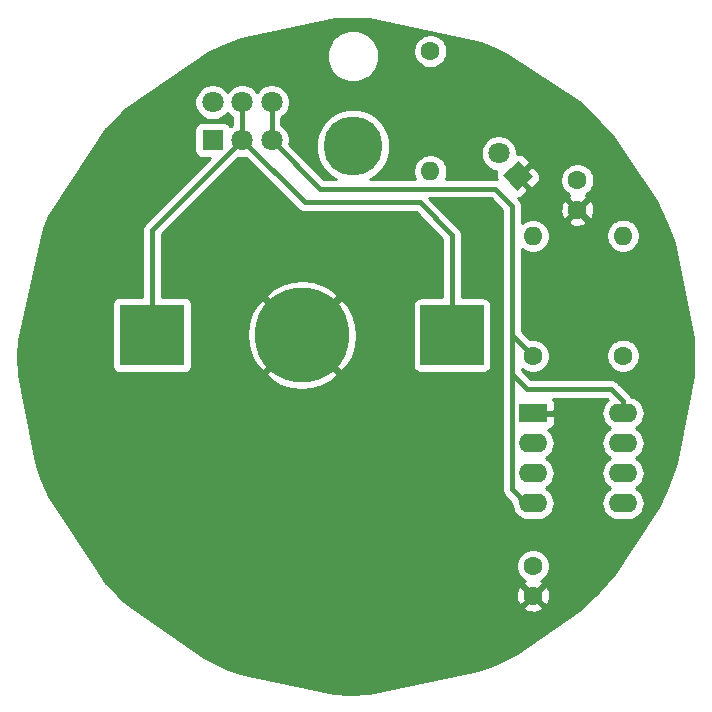
<source format=gbr>
G04 #@! TF.GenerationSoftware,KiCad,Pcbnew,(5.1.5)-3*
G04 #@! TF.CreationDate,2020-04-16T18:29:44-07:00*
G04 #@! TF.ProjectId,E_Grrrl,455f4772-7272-46c2-9e6b-696361645f70,Version A2*
G04 #@! TF.SameCoordinates,Original*
G04 #@! TF.FileFunction,Copper,L2,Bot*
G04 #@! TF.FilePolarity,Positive*
%FSLAX46Y46*%
G04 Gerber Fmt 4.6, Leading zero omitted, Abs format (unit mm)*
G04 Created by KiCad (PCBNEW (5.1.5)-3) date 2020-04-16 18:29:44*
%MOMM*%
%LPD*%
G04 APERTURE LIST*
%ADD10R,5.400000X5.100000*%
%ADD11R,5.500000X5.200000*%
%ADD12C,8.000000*%
%ADD13C,5.000000*%
%ADD14C,1.600000*%
%ADD15C,0.100000*%
%ADD16C,1.800000*%
%ADD17R,2.400000X1.600000*%
%ADD18O,2.400000X1.600000*%
%ADD19O,1.600000X1.600000*%
%ADD20R,1.800000X1.800000*%
%ADD21C,0.381000*%
%ADD22C,0.250000*%
%ADD23C,0.254000*%
G04 APERTURE END LIST*
D10*
X138176000Y-91694000D03*
D11*
X112776000Y-91694000D03*
D12*
X125476000Y-91694000D03*
D13*
X129794000Y-75692000D03*
D14*
X148793200Y-78587600D03*
X148793200Y-81087600D03*
X145034000Y-113752000D03*
X145034000Y-111252000D03*
G04 #@! TA.AperFunction,ComponentPad*
D15*
G36*
X145031949Y-78342931D02*
G01*
X143653069Y-79499949D01*
X142496051Y-78121069D01*
X143874931Y-76964051D01*
X145031949Y-78342931D01*
G37*
G04 #@! TD.AperFunction*
D16*
X142131319Y-76286247D03*
D17*
X145034000Y-98298000D03*
D18*
X152654000Y-105918000D03*
X145034000Y-100838000D03*
X152654000Y-103378000D03*
X145034000Y-103378000D03*
X152654000Y-100838000D03*
X145034000Y-105918000D03*
X152654000Y-98298000D03*
D14*
X145034000Y-93472000D03*
D19*
X145034000Y-83312000D03*
X152654000Y-83273900D03*
D14*
X152654000Y-93433900D03*
X136347200Y-67665600D03*
D19*
X136347200Y-77825600D03*
D20*
X117906800Y-75184000D03*
D16*
X120406800Y-75184000D03*
X122906800Y-75184000D03*
X117906800Y-71984000D03*
X120406800Y-71984000D03*
X122906800Y-71984000D03*
D21*
X120406800Y-73911208D02*
X120406800Y-71984000D01*
X120406800Y-75184000D02*
X120406800Y-73911208D01*
X138176000Y-84582000D02*
X138176000Y-91694000D01*
X112776000Y-91694000D02*
X112776000Y-83464400D01*
X135432800Y-80467200D02*
X138176000Y-83210400D01*
X125933200Y-80467200D02*
X135432800Y-80467200D01*
X138176000Y-83210400D02*
X138176000Y-84582000D01*
X125690000Y-80467200D02*
X120406800Y-75184000D01*
X125933200Y-80467200D02*
X125690000Y-80467200D01*
X112776000Y-82814800D02*
X120406800Y-75184000D01*
X112776000Y-83464400D02*
X112776000Y-82814800D01*
X144634000Y-106146600D02*
X145034000Y-106146600D01*
X143256000Y-104768600D02*
X144634000Y-106146600D01*
X143256000Y-94996000D02*
X143256000Y-104768600D01*
X143256000Y-91694000D02*
X143256000Y-94996000D01*
X152654000Y-97282000D02*
X152654000Y-98526600D01*
X151638000Y-96266000D02*
X152654000Y-97282000D01*
X143256000Y-94996000D02*
X144526000Y-96266000D01*
X144526000Y-96266000D02*
X151638000Y-96266000D01*
X144234001Y-92672001D02*
X143256000Y-91694000D01*
X145034000Y-93472000D02*
X144234001Y-92672001D01*
X143256000Y-80772000D02*
X143256000Y-91694000D01*
X141782800Y-79298800D02*
X143256000Y-80772000D01*
X127050800Y-79298800D02*
X141782800Y-79298800D01*
X127021600Y-79298800D02*
X122906800Y-75184000D01*
D22*
X127050800Y-79298800D02*
X127021600Y-79298800D01*
D21*
X122906800Y-73911208D02*
X122906800Y-71984000D01*
X122906800Y-75184000D02*
X122906800Y-73911208D01*
D23*
G36*
X131124563Y-64928941D02*
G01*
X140658896Y-66957523D01*
X141832152Y-67437163D01*
X142858399Y-67948173D01*
X148414294Y-71599190D01*
X148907057Y-72000741D01*
X150441263Y-73452164D01*
X151864088Y-75012929D01*
X151965413Y-75142071D01*
X155415349Y-80316975D01*
X156296150Y-82170955D01*
X156953787Y-83868512D01*
X158572441Y-91961779D01*
X158606079Y-92416015D01*
X158606079Y-94527985D01*
X158558284Y-95173384D01*
X157263615Y-102132227D01*
X157059082Y-102803691D01*
X156296150Y-104773045D01*
X155582879Y-106274394D01*
X151854361Y-111941741D01*
X150441263Y-113491836D01*
X148907057Y-114943259D01*
X148115871Y-115587994D01*
X143691269Y-118581107D01*
X141832152Y-119506837D01*
X140418095Y-120084920D01*
X131156237Y-122014473D01*
X129519917Y-122044716D01*
X128194232Y-121971145D01*
X120556040Y-120408787D01*
X119233922Y-119924499D01*
X117309869Y-119053615D01*
X117140356Y-118961239D01*
X111068544Y-114744702D01*
X144220903Y-114744702D01*
X144292486Y-114988671D01*
X144547996Y-115109571D01*
X144822184Y-115178300D01*
X145104512Y-115192217D01*
X145384130Y-115150787D01*
X145650292Y-115055603D01*
X145775514Y-114988671D01*
X145847097Y-114744702D01*
X145034000Y-113931605D01*
X144220903Y-114744702D01*
X111068544Y-114744702D01*
X110705137Y-114492336D01*
X110408428Y-114231725D01*
X110006709Y-113822512D01*
X143593783Y-113822512D01*
X143635213Y-114102130D01*
X143730397Y-114368292D01*
X143797329Y-114493514D01*
X144041298Y-114565097D01*
X144854395Y-113752000D01*
X145213605Y-113752000D01*
X146026702Y-114565097D01*
X146270671Y-114493514D01*
X146391571Y-114238004D01*
X146460300Y-113963816D01*
X146474217Y-113681488D01*
X146432787Y-113401870D01*
X146337603Y-113135708D01*
X146270671Y-113010486D01*
X146026702Y-112938903D01*
X145213605Y-113752000D01*
X144854395Y-113752000D01*
X144041298Y-112938903D01*
X143797329Y-113010486D01*
X143676429Y-113265996D01*
X143607700Y-113540184D01*
X143593783Y-113822512D01*
X110006709Y-113822512D01*
X108928902Y-112724602D01*
X108905898Y-112697415D01*
X107861984Y-111110665D01*
X143599000Y-111110665D01*
X143599000Y-111393335D01*
X143654147Y-111670574D01*
X143762320Y-111931727D01*
X143919363Y-112166759D01*
X144119241Y-112366637D01*
X144319869Y-112500692D01*
X144292486Y-112515329D01*
X144220903Y-112759298D01*
X145034000Y-113572395D01*
X145847097Y-112759298D01*
X145775514Y-112515329D01*
X145746659Y-112501676D01*
X145948759Y-112366637D01*
X146148637Y-112166759D01*
X146305680Y-111931727D01*
X146413853Y-111670574D01*
X146469000Y-111393335D01*
X146469000Y-111110665D01*
X146413853Y-110833426D01*
X146305680Y-110572273D01*
X146148637Y-110337241D01*
X145948759Y-110137363D01*
X145713727Y-109980320D01*
X145452574Y-109872147D01*
X145175335Y-109817000D01*
X144892665Y-109817000D01*
X144615426Y-109872147D01*
X144354273Y-109980320D01*
X144119241Y-110137363D01*
X143919363Y-110337241D01*
X143762320Y-110572273D01*
X143654147Y-110833426D01*
X143599000Y-111110665D01*
X107861984Y-111110665D01*
X104064641Y-105338704D01*
X103400185Y-103795418D01*
X102926467Y-102424217D01*
X101530415Y-95094942D01*
X101525558Y-94963580D01*
X122386025Y-94963580D01*
X122842197Y-95535185D01*
X123642183Y-95975207D01*
X124512641Y-96250704D01*
X125420121Y-96351091D01*
X126329748Y-96272508D01*
X127206566Y-96017975D01*
X128016879Y-95597275D01*
X128109803Y-95535185D01*
X128565975Y-94963580D01*
X125476000Y-91873605D01*
X122386025Y-94963580D01*
X101525558Y-94963580D01*
X101470404Y-93472000D01*
X101519968Y-92131585D01*
X102194987Y-89094000D01*
X109387928Y-89094000D01*
X109387928Y-94294000D01*
X109400188Y-94418482D01*
X109436498Y-94538180D01*
X109495463Y-94648494D01*
X109574815Y-94745185D01*
X109671506Y-94824537D01*
X109781820Y-94883502D01*
X109901518Y-94919812D01*
X110026000Y-94932072D01*
X115526000Y-94932072D01*
X115650482Y-94919812D01*
X115770180Y-94883502D01*
X115880494Y-94824537D01*
X115977185Y-94745185D01*
X116056537Y-94648494D01*
X116115502Y-94538180D01*
X116151812Y-94418482D01*
X116164072Y-94294000D01*
X116164072Y-91638121D01*
X120818909Y-91638121D01*
X120897492Y-92547748D01*
X121152025Y-93424566D01*
X121572725Y-94234879D01*
X121634815Y-94327803D01*
X122206420Y-94783975D01*
X125296395Y-91694000D01*
X125655605Y-91694000D01*
X128745580Y-94783975D01*
X129317185Y-94327803D01*
X129757207Y-93527817D01*
X130032704Y-92657359D01*
X130133091Y-91749879D01*
X130054508Y-90840252D01*
X129799975Y-89963434D01*
X129379275Y-89153121D01*
X129317185Y-89060197D01*
X128745580Y-88604025D01*
X125655605Y-91694000D01*
X125296395Y-91694000D01*
X122206420Y-88604025D01*
X121634815Y-89060197D01*
X121194793Y-89860183D01*
X120919296Y-90730641D01*
X120818909Y-91638121D01*
X116164072Y-91638121D01*
X116164072Y-89094000D01*
X116151812Y-88969518D01*
X116115502Y-88849820D01*
X116056537Y-88739506D01*
X115977185Y-88642815D01*
X115880494Y-88563463D01*
X115770180Y-88504498D01*
X115650482Y-88468188D01*
X115526000Y-88455928D01*
X113601500Y-88455928D01*
X113601500Y-88424420D01*
X122386025Y-88424420D01*
X125476000Y-91514395D01*
X128565975Y-88424420D01*
X128109803Y-87852815D01*
X127309817Y-87412793D01*
X126439359Y-87137296D01*
X125531879Y-87036909D01*
X124622252Y-87115492D01*
X123745434Y-87370025D01*
X122935121Y-87790725D01*
X122842197Y-87852815D01*
X122386025Y-88424420D01*
X113601500Y-88424420D01*
X113601500Y-83156732D01*
X120075134Y-76683100D01*
X120255616Y-76719000D01*
X120557984Y-76719000D01*
X120738468Y-76683100D01*
X125077607Y-81022240D01*
X125103459Y-81053741D01*
X125144717Y-81087600D01*
X125229157Y-81156899D01*
X125326191Y-81208765D01*
X125372566Y-81233553D01*
X125528174Y-81280756D01*
X125649447Y-81292700D01*
X125649449Y-81292700D01*
X125689999Y-81296694D01*
X125730550Y-81292700D01*
X135090868Y-81292700D01*
X137350500Y-83552334D01*
X137350501Y-84541438D01*
X137350500Y-84541448D01*
X137350501Y-88505928D01*
X135476000Y-88505928D01*
X135351518Y-88518188D01*
X135231820Y-88554498D01*
X135121506Y-88613463D01*
X135024815Y-88692815D01*
X134945463Y-88789506D01*
X134886498Y-88899820D01*
X134850188Y-89019518D01*
X134837928Y-89144000D01*
X134837928Y-94244000D01*
X134850188Y-94368482D01*
X134886498Y-94488180D01*
X134945463Y-94598494D01*
X135024815Y-94695185D01*
X135121506Y-94774537D01*
X135231820Y-94833502D01*
X135351518Y-94869812D01*
X135476000Y-94882072D01*
X140876000Y-94882072D01*
X141000482Y-94869812D01*
X141120180Y-94833502D01*
X141230494Y-94774537D01*
X141327185Y-94695185D01*
X141406537Y-94598494D01*
X141465502Y-94488180D01*
X141501812Y-94368482D01*
X141514072Y-94244000D01*
X141514072Y-89144000D01*
X141501812Y-89019518D01*
X141465502Y-88899820D01*
X141406537Y-88789506D01*
X141327185Y-88692815D01*
X141230494Y-88613463D01*
X141120180Y-88554498D01*
X141000482Y-88518188D01*
X140876000Y-88505928D01*
X139001500Y-88505928D01*
X139001500Y-83250950D01*
X139005494Y-83210400D01*
X139001500Y-83169847D01*
X138989556Y-83048574D01*
X138942353Y-82892966D01*
X138900572Y-82814800D01*
X138865699Y-82749557D01*
X138788392Y-82655358D01*
X138788389Y-82655355D01*
X138762541Y-82623859D01*
X138731046Y-82598012D01*
X136257332Y-80124300D01*
X141440868Y-80124300D01*
X142430500Y-81113933D01*
X142430501Y-91653440D01*
X142426506Y-91694000D01*
X142430500Y-91734551D01*
X142430501Y-94955438D01*
X142430500Y-94955447D01*
X142426506Y-94996000D01*
X142430500Y-95036550D01*
X142430501Y-104728040D01*
X142426506Y-104768600D01*
X142442445Y-104930426D01*
X142489647Y-105086033D01*
X142566301Y-105229442D01*
X142626627Y-105302949D01*
X142669460Y-105355141D01*
X142700961Y-105380993D01*
X143196173Y-105876206D01*
X143192057Y-105918000D01*
X143219764Y-106199309D01*
X143301818Y-106469808D01*
X143435068Y-106719101D01*
X143614392Y-106937608D01*
X143832899Y-107116932D01*
X144082192Y-107250182D01*
X144352691Y-107332236D01*
X144563508Y-107353000D01*
X145504492Y-107353000D01*
X145715309Y-107332236D01*
X145985808Y-107250182D01*
X146235101Y-107116932D01*
X146453608Y-106937608D01*
X146632932Y-106719101D01*
X146766182Y-106469808D01*
X146848236Y-106199309D01*
X146875943Y-105918000D01*
X146848236Y-105636691D01*
X146766182Y-105366192D01*
X146632932Y-105116899D01*
X146453608Y-104898392D01*
X146235101Y-104719068D01*
X146102142Y-104648000D01*
X146235101Y-104576932D01*
X146453608Y-104397608D01*
X146632932Y-104179101D01*
X146766182Y-103929808D01*
X146848236Y-103659309D01*
X146875943Y-103378000D01*
X146848236Y-103096691D01*
X146766182Y-102826192D01*
X146632932Y-102576899D01*
X146453608Y-102358392D01*
X146235101Y-102179068D01*
X146102142Y-102108000D01*
X146235101Y-102036932D01*
X146453608Y-101857608D01*
X146632932Y-101639101D01*
X146766182Y-101389808D01*
X146848236Y-101119309D01*
X146875943Y-100838000D01*
X146848236Y-100556691D01*
X146766182Y-100286192D01*
X146632932Y-100036899D01*
X146453608Y-99818392D01*
X146340518Y-99725581D01*
X146358482Y-99723812D01*
X146478180Y-99687502D01*
X146588494Y-99628537D01*
X146685185Y-99549185D01*
X146764537Y-99452494D01*
X146823502Y-99342180D01*
X146859812Y-99222482D01*
X146872072Y-99098000D01*
X146869000Y-98583750D01*
X146710250Y-98425000D01*
X145161000Y-98425000D01*
X145161000Y-98445000D01*
X144907000Y-98445000D01*
X144907000Y-98425000D01*
X144887000Y-98425000D01*
X144887000Y-98171000D01*
X144907000Y-98171000D01*
X144907000Y-98151000D01*
X145161000Y-98151000D01*
X145161000Y-98171000D01*
X146710250Y-98171000D01*
X146869000Y-98012250D01*
X146872072Y-97498000D01*
X146859812Y-97373518D01*
X146823502Y-97253820D01*
X146764537Y-97143506D01*
X146721857Y-97091500D01*
X151296068Y-97091500D01*
X151370917Y-97166349D01*
X151234392Y-97278392D01*
X151055068Y-97496899D01*
X150921818Y-97746192D01*
X150839764Y-98016691D01*
X150812057Y-98298000D01*
X150839764Y-98579309D01*
X150921818Y-98849808D01*
X151055068Y-99099101D01*
X151234392Y-99317608D01*
X151452899Y-99496932D01*
X151585858Y-99568000D01*
X151452899Y-99639068D01*
X151234392Y-99818392D01*
X151055068Y-100036899D01*
X150921818Y-100286192D01*
X150839764Y-100556691D01*
X150812057Y-100838000D01*
X150839764Y-101119309D01*
X150921818Y-101389808D01*
X151055068Y-101639101D01*
X151234392Y-101857608D01*
X151452899Y-102036932D01*
X151585858Y-102108000D01*
X151452899Y-102179068D01*
X151234392Y-102358392D01*
X151055068Y-102576899D01*
X150921818Y-102826192D01*
X150839764Y-103096691D01*
X150812057Y-103378000D01*
X150839764Y-103659309D01*
X150921818Y-103929808D01*
X151055068Y-104179101D01*
X151234392Y-104397608D01*
X151452899Y-104576932D01*
X151585858Y-104648000D01*
X151452899Y-104719068D01*
X151234392Y-104898392D01*
X151055068Y-105116899D01*
X150921818Y-105366192D01*
X150839764Y-105636691D01*
X150812057Y-105918000D01*
X150839764Y-106199309D01*
X150921818Y-106469808D01*
X151055068Y-106719101D01*
X151234392Y-106937608D01*
X151452899Y-107116932D01*
X151702192Y-107250182D01*
X151972691Y-107332236D01*
X152183508Y-107353000D01*
X153124492Y-107353000D01*
X153335309Y-107332236D01*
X153605808Y-107250182D01*
X153855101Y-107116932D01*
X154073608Y-106937608D01*
X154252932Y-106719101D01*
X154386182Y-106469808D01*
X154468236Y-106199309D01*
X154495943Y-105918000D01*
X154468236Y-105636691D01*
X154386182Y-105366192D01*
X154252932Y-105116899D01*
X154073608Y-104898392D01*
X153855101Y-104719068D01*
X153722142Y-104648000D01*
X153855101Y-104576932D01*
X154073608Y-104397608D01*
X154252932Y-104179101D01*
X154386182Y-103929808D01*
X154468236Y-103659309D01*
X154495943Y-103378000D01*
X154468236Y-103096691D01*
X154386182Y-102826192D01*
X154252932Y-102576899D01*
X154073608Y-102358392D01*
X153855101Y-102179068D01*
X153722142Y-102108000D01*
X153855101Y-102036932D01*
X154073608Y-101857608D01*
X154252932Y-101639101D01*
X154386182Y-101389808D01*
X154468236Y-101119309D01*
X154495943Y-100838000D01*
X154468236Y-100556691D01*
X154386182Y-100286192D01*
X154252932Y-100036899D01*
X154073608Y-99818392D01*
X153855101Y-99639068D01*
X153722142Y-99568000D01*
X153855101Y-99496932D01*
X154073608Y-99317608D01*
X154252932Y-99099101D01*
X154386182Y-98849808D01*
X154468236Y-98579309D01*
X154495943Y-98298000D01*
X154468236Y-98016691D01*
X154386182Y-97746192D01*
X154252932Y-97496899D01*
X154073608Y-97278392D01*
X153855101Y-97099068D01*
X153605808Y-96965818D01*
X153385263Y-96898917D01*
X153374291Y-96878391D01*
X153343699Y-96821157D01*
X153266391Y-96726958D01*
X153240541Y-96695459D01*
X153209040Y-96669607D01*
X152250398Y-95710966D01*
X152224541Y-95679459D01*
X152098842Y-95576301D01*
X151955434Y-95499647D01*
X151799826Y-95452444D01*
X151678553Y-95440500D01*
X151678550Y-95440500D01*
X151638000Y-95436506D01*
X151597450Y-95440500D01*
X144867933Y-95440500D01*
X144081500Y-94654068D01*
X144081500Y-94548896D01*
X144119241Y-94586637D01*
X144354273Y-94743680D01*
X144615426Y-94851853D01*
X144892665Y-94907000D01*
X145175335Y-94907000D01*
X145452574Y-94851853D01*
X145713727Y-94743680D01*
X145948759Y-94586637D01*
X146148637Y-94386759D01*
X146305680Y-94151727D01*
X146413853Y-93890574D01*
X146469000Y-93613335D01*
X146469000Y-93330665D01*
X146461422Y-93292565D01*
X151219000Y-93292565D01*
X151219000Y-93575235D01*
X151274147Y-93852474D01*
X151382320Y-94113627D01*
X151539363Y-94348659D01*
X151739241Y-94548537D01*
X151974273Y-94705580D01*
X152235426Y-94813753D01*
X152512665Y-94868900D01*
X152795335Y-94868900D01*
X153072574Y-94813753D01*
X153333727Y-94705580D01*
X153568759Y-94548537D01*
X153768637Y-94348659D01*
X153925680Y-94113627D01*
X154033853Y-93852474D01*
X154089000Y-93575235D01*
X154089000Y-93292565D01*
X154033853Y-93015326D01*
X153925680Y-92754173D01*
X153768637Y-92519141D01*
X153568759Y-92319263D01*
X153333727Y-92162220D01*
X153072574Y-92054047D01*
X152795335Y-91998900D01*
X152512665Y-91998900D01*
X152235426Y-92054047D01*
X151974273Y-92162220D01*
X151739241Y-92319263D01*
X151539363Y-92519141D01*
X151382320Y-92754173D01*
X151274147Y-93015326D01*
X151219000Y-93292565D01*
X146461422Y-93292565D01*
X146413853Y-93053426D01*
X146305680Y-92792273D01*
X146148637Y-92557241D01*
X145948759Y-92357363D01*
X145713727Y-92200320D01*
X145452574Y-92092147D01*
X145175335Y-92037000D01*
X144892665Y-92037000D01*
X144787376Y-92057943D01*
X144081500Y-91352068D01*
X144081500Y-84388896D01*
X144119241Y-84426637D01*
X144354273Y-84583680D01*
X144615426Y-84691853D01*
X144892665Y-84747000D01*
X145175335Y-84747000D01*
X145452574Y-84691853D01*
X145713727Y-84583680D01*
X145948759Y-84426637D01*
X146148637Y-84226759D01*
X146305680Y-83991727D01*
X146413853Y-83730574D01*
X146469000Y-83453335D01*
X146469000Y-83170665D01*
X146461422Y-83132565D01*
X151219000Y-83132565D01*
X151219000Y-83415235D01*
X151274147Y-83692474D01*
X151382320Y-83953627D01*
X151539363Y-84188659D01*
X151739241Y-84388537D01*
X151974273Y-84545580D01*
X152235426Y-84653753D01*
X152512665Y-84708900D01*
X152795335Y-84708900D01*
X153072574Y-84653753D01*
X153333727Y-84545580D01*
X153568759Y-84388537D01*
X153768637Y-84188659D01*
X153925680Y-83953627D01*
X154033853Y-83692474D01*
X154089000Y-83415235D01*
X154089000Y-83132565D01*
X154033853Y-82855326D01*
X153925680Y-82594173D01*
X153768637Y-82359141D01*
X153568759Y-82159263D01*
X153333727Y-82002220D01*
X153072574Y-81894047D01*
X152795335Y-81838900D01*
X152512665Y-81838900D01*
X152235426Y-81894047D01*
X151974273Y-82002220D01*
X151739241Y-82159263D01*
X151539363Y-82359141D01*
X151382320Y-82594173D01*
X151274147Y-82855326D01*
X151219000Y-83132565D01*
X146461422Y-83132565D01*
X146413853Y-82893426D01*
X146305680Y-82632273D01*
X146148637Y-82397241D01*
X145948759Y-82197363D01*
X145773565Y-82080302D01*
X147980103Y-82080302D01*
X148051686Y-82324271D01*
X148307196Y-82445171D01*
X148581384Y-82513900D01*
X148863712Y-82527817D01*
X149143330Y-82486387D01*
X149409492Y-82391203D01*
X149534714Y-82324271D01*
X149606297Y-82080302D01*
X148793200Y-81267205D01*
X147980103Y-82080302D01*
X145773565Y-82080302D01*
X145713727Y-82040320D01*
X145452574Y-81932147D01*
X145175335Y-81877000D01*
X144892665Y-81877000D01*
X144615426Y-81932147D01*
X144354273Y-82040320D01*
X144119241Y-82197363D01*
X144081500Y-82235104D01*
X144081500Y-81158112D01*
X147352983Y-81158112D01*
X147394413Y-81437730D01*
X147489597Y-81703892D01*
X147556529Y-81829114D01*
X147800498Y-81900697D01*
X148613595Y-81087600D01*
X148972805Y-81087600D01*
X149785902Y-81900697D01*
X150029871Y-81829114D01*
X150150771Y-81573604D01*
X150219500Y-81299416D01*
X150233417Y-81017088D01*
X150191987Y-80737470D01*
X150096803Y-80471308D01*
X150029871Y-80346086D01*
X149785902Y-80274503D01*
X148972805Y-81087600D01*
X148613595Y-81087600D01*
X147800498Y-80274503D01*
X147556529Y-80346086D01*
X147435629Y-80601596D01*
X147366900Y-80875784D01*
X147352983Y-81158112D01*
X144081500Y-81158112D01*
X144081500Y-80812542D01*
X144085493Y-80771999D01*
X144081500Y-80731456D01*
X144081500Y-80731447D01*
X144069556Y-80610174D01*
X144022353Y-80454566D01*
X143945699Y-80311158D01*
X143842541Y-80185459D01*
X143811041Y-80159608D01*
X143774693Y-80123260D01*
X143844941Y-80108489D01*
X143959974Y-80059364D01*
X144063214Y-79988740D01*
X144531782Y-79591555D01*
X144551349Y-79367903D01*
X143748346Y-78410922D01*
X143733026Y-78423777D01*
X143585241Y-78247654D01*
X143942922Y-78247654D01*
X144745924Y-79204635D01*
X144969576Y-79224202D01*
X145442094Y-78831723D01*
X145529572Y-78742315D01*
X145597926Y-78637560D01*
X145644530Y-78521482D01*
X145658640Y-78446265D01*
X147358200Y-78446265D01*
X147358200Y-78728935D01*
X147413347Y-79006174D01*
X147521520Y-79267327D01*
X147678563Y-79502359D01*
X147878441Y-79702237D01*
X148079069Y-79836292D01*
X148051686Y-79850929D01*
X147980103Y-80094898D01*
X148793200Y-80907995D01*
X149606297Y-80094898D01*
X149534714Y-79850929D01*
X149505859Y-79837276D01*
X149707959Y-79702237D01*
X149907837Y-79502359D01*
X150064880Y-79267327D01*
X150173053Y-79006174D01*
X150228200Y-78728935D01*
X150228200Y-78446265D01*
X150173053Y-78169026D01*
X150064880Y-77907873D01*
X149907837Y-77672841D01*
X149707959Y-77472963D01*
X149472927Y-77315920D01*
X149211774Y-77207747D01*
X148934535Y-77152600D01*
X148651865Y-77152600D01*
X148374626Y-77207747D01*
X148113473Y-77315920D01*
X147878441Y-77472963D01*
X147678563Y-77672841D01*
X147521520Y-77907873D01*
X147413347Y-78169026D01*
X147358200Y-78446265D01*
X145658640Y-78446265D01*
X145667593Y-78398543D01*
X145666228Y-78273467D01*
X145640489Y-78151059D01*
X145591364Y-78036026D01*
X145520740Y-77932786D01*
X145123555Y-77464218D01*
X144899903Y-77444651D01*
X143942922Y-78247654D01*
X143585241Y-78247654D01*
X143569757Y-78229202D01*
X143585078Y-78216346D01*
X143572223Y-78201026D01*
X143766798Y-78037757D01*
X143779654Y-78053078D01*
X144736635Y-77250076D01*
X144756202Y-77026424D01*
X144363723Y-76553906D01*
X144274315Y-76466428D01*
X144169560Y-76398074D01*
X144053482Y-76351470D01*
X143930543Y-76328407D01*
X143805467Y-76329772D01*
X143683059Y-76355511D01*
X143666319Y-76362660D01*
X143666319Y-76135063D01*
X143607330Y-75838504D01*
X143491618Y-75559152D01*
X143323631Y-75307742D01*
X143109824Y-75093935D01*
X142858414Y-74925948D01*
X142579062Y-74810236D01*
X142282503Y-74751247D01*
X141980135Y-74751247D01*
X141683576Y-74810236D01*
X141404224Y-74925948D01*
X141152814Y-75093935D01*
X140939007Y-75307742D01*
X140771020Y-75559152D01*
X140655308Y-75838504D01*
X140596319Y-76135063D01*
X140596319Y-76437431D01*
X140655308Y-76733990D01*
X140771020Y-77013342D01*
X140939007Y-77264752D01*
X141152814Y-77478559D01*
X141404224Y-77646546D01*
X141683576Y-77762258D01*
X141938824Y-77813030D01*
X141930074Y-77826440D01*
X141883470Y-77942518D01*
X141860407Y-78065457D01*
X141861772Y-78190533D01*
X141887511Y-78312941D01*
X141936636Y-78427974D01*
X141983979Y-78497182D01*
X141944626Y-78485244D01*
X141823353Y-78473300D01*
X141823350Y-78473300D01*
X141782800Y-78469306D01*
X141742250Y-78473300D01*
X137632146Y-78473300D01*
X137727053Y-78244174D01*
X137782200Y-77966935D01*
X137782200Y-77684265D01*
X137727053Y-77407026D01*
X137618880Y-77145873D01*
X137461837Y-76910841D01*
X137261959Y-76710963D01*
X137026927Y-76553920D01*
X136765774Y-76445747D01*
X136488535Y-76390600D01*
X136205865Y-76390600D01*
X135928626Y-76445747D01*
X135667473Y-76553920D01*
X135432441Y-76710963D01*
X135232563Y-76910841D01*
X135075520Y-77145873D01*
X134967347Y-77407026D01*
X134912200Y-77684265D01*
X134912200Y-77966935D01*
X134967347Y-78244174D01*
X135062254Y-78473300D01*
X131271497Y-78473300D01*
X131278979Y-78470201D01*
X131792446Y-78127114D01*
X132229114Y-77690446D01*
X132572201Y-77176979D01*
X132808524Y-76606446D01*
X132929000Y-76000771D01*
X132929000Y-75383229D01*
X132808524Y-74777554D01*
X132572201Y-74207021D01*
X132229114Y-73693554D01*
X131792446Y-73256886D01*
X131278979Y-72913799D01*
X130708446Y-72677476D01*
X130102771Y-72557000D01*
X129485229Y-72557000D01*
X128879554Y-72677476D01*
X128309021Y-72913799D01*
X127795554Y-73256886D01*
X127358886Y-73693554D01*
X127015799Y-74207021D01*
X126779476Y-74777554D01*
X126659000Y-75383229D01*
X126659000Y-76000771D01*
X126779476Y-76606446D01*
X127015799Y-77176979D01*
X127358886Y-77690446D01*
X127795554Y-78127114D01*
X128309021Y-78470201D01*
X128316503Y-78473300D01*
X127363533Y-78473300D01*
X124405900Y-75515668D01*
X124441800Y-75335184D01*
X124441800Y-75032816D01*
X124382811Y-74736257D01*
X124267099Y-74456905D01*
X124099112Y-74205495D01*
X123885305Y-73991688D01*
X123732300Y-73889453D01*
X123732300Y-73278547D01*
X123885305Y-73176312D01*
X124099112Y-72962505D01*
X124267099Y-72711095D01*
X124382811Y-72431743D01*
X124441800Y-72135184D01*
X124441800Y-71832816D01*
X124382811Y-71536257D01*
X124267099Y-71256905D01*
X124099112Y-71005495D01*
X123885305Y-70791688D01*
X123633895Y-70623701D01*
X123354543Y-70507989D01*
X123057984Y-70449000D01*
X122755616Y-70449000D01*
X122459057Y-70507989D01*
X122179705Y-70623701D01*
X121928295Y-70791688D01*
X121714488Y-71005495D01*
X121656800Y-71091831D01*
X121599112Y-71005495D01*
X121385305Y-70791688D01*
X121133895Y-70623701D01*
X120854543Y-70507989D01*
X120557984Y-70449000D01*
X120255616Y-70449000D01*
X119959057Y-70507989D01*
X119679705Y-70623701D01*
X119428295Y-70791688D01*
X119214488Y-71005495D01*
X119156800Y-71091831D01*
X119099112Y-71005495D01*
X118885305Y-70791688D01*
X118633895Y-70623701D01*
X118354543Y-70507989D01*
X118057984Y-70449000D01*
X117755616Y-70449000D01*
X117459057Y-70507989D01*
X117179705Y-70623701D01*
X116928295Y-70791688D01*
X116714488Y-71005495D01*
X116546501Y-71256905D01*
X116430789Y-71536257D01*
X116371800Y-71832816D01*
X116371800Y-72135184D01*
X116430789Y-72431743D01*
X116546501Y-72711095D01*
X116714488Y-72962505D01*
X116928295Y-73176312D01*
X117179705Y-73344299D01*
X117459057Y-73460011D01*
X117755616Y-73519000D01*
X118057984Y-73519000D01*
X118354543Y-73460011D01*
X118633895Y-73344299D01*
X118885305Y-73176312D01*
X119099112Y-72962505D01*
X119156800Y-72876169D01*
X119214488Y-72962505D01*
X119428295Y-73176312D01*
X119581300Y-73278547D01*
X119581300Y-73889453D01*
X119428295Y-73991688D01*
X119390680Y-74029303D01*
X119337337Y-73929506D01*
X119257985Y-73832815D01*
X119161294Y-73753463D01*
X119050980Y-73694498D01*
X118931282Y-73658188D01*
X118806800Y-73645928D01*
X117006800Y-73645928D01*
X116882318Y-73658188D01*
X116762620Y-73694498D01*
X116652306Y-73753463D01*
X116555615Y-73832815D01*
X116476263Y-73929506D01*
X116417298Y-74039820D01*
X116380988Y-74159518D01*
X116368728Y-74284000D01*
X116368728Y-76084000D01*
X116380988Y-76208482D01*
X116417298Y-76328180D01*
X116476263Y-76438494D01*
X116555615Y-76535185D01*
X116652306Y-76614537D01*
X116762620Y-76673502D01*
X116882318Y-76709812D01*
X117006800Y-76722072D01*
X117701295Y-76722072D01*
X112220961Y-82202407D01*
X112189460Y-82228259D01*
X112163609Y-82259759D01*
X112086301Y-82353958D01*
X112009647Y-82497367D01*
X111990266Y-82561260D01*
X111962444Y-82652974D01*
X111950500Y-82774247D01*
X111946506Y-82814800D01*
X111950500Y-82855350D01*
X111950500Y-83504952D01*
X111950501Y-83504962D01*
X111950500Y-88455928D01*
X110026000Y-88455928D01*
X109901518Y-88468188D01*
X109781820Y-88504498D01*
X109671506Y-88563463D01*
X109574815Y-88642815D01*
X109495463Y-88739506D01*
X109436498Y-88849820D01*
X109400188Y-88969518D01*
X109387928Y-89094000D01*
X102194987Y-89094000D01*
X103639937Y-82591727D01*
X104052663Y-81633117D01*
X108909349Y-74242507D01*
X108928902Y-74219398D01*
X110408428Y-72712275D01*
X110597768Y-72545970D01*
X117545033Y-67851872D01*
X127559000Y-67851872D01*
X127559000Y-68292128D01*
X127644890Y-68723925D01*
X127813369Y-69130669D01*
X128057962Y-69496729D01*
X128369271Y-69808038D01*
X128735331Y-70052631D01*
X129142075Y-70221110D01*
X129573872Y-70307000D01*
X130014128Y-70307000D01*
X130445925Y-70221110D01*
X130852669Y-70052631D01*
X131218729Y-69808038D01*
X131530038Y-69496729D01*
X131774631Y-69130669D01*
X131943110Y-68723925D01*
X132029000Y-68292128D01*
X132029000Y-67851872D01*
X131963835Y-67524265D01*
X134912200Y-67524265D01*
X134912200Y-67806935D01*
X134967347Y-68084174D01*
X135075520Y-68345327D01*
X135232563Y-68580359D01*
X135432441Y-68780237D01*
X135667473Y-68937280D01*
X135928626Y-69045453D01*
X136205865Y-69100600D01*
X136488535Y-69100600D01*
X136765774Y-69045453D01*
X137026927Y-68937280D01*
X137261959Y-68780237D01*
X137461837Y-68580359D01*
X137618880Y-68345327D01*
X137727053Y-68084174D01*
X137782200Y-67806935D01*
X137782200Y-67524265D01*
X137727053Y-67247026D01*
X137618880Y-66985873D01*
X137461837Y-66750841D01*
X137261959Y-66550963D01*
X137026927Y-66393920D01*
X136765774Y-66285747D01*
X136488535Y-66230600D01*
X136205865Y-66230600D01*
X135928626Y-66285747D01*
X135667473Y-66393920D01*
X135432441Y-66550963D01*
X135232563Y-66750841D01*
X135075520Y-66985873D01*
X134967347Y-67247026D01*
X134912200Y-67524265D01*
X131963835Y-67524265D01*
X131943110Y-67420075D01*
X131774631Y-67013331D01*
X131530038Y-66647271D01*
X131218729Y-66335962D01*
X130852669Y-66091369D01*
X130445925Y-65922890D01*
X130014128Y-65837000D01*
X129573872Y-65837000D01*
X129142075Y-65922890D01*
X128735331Y-66091369D01*
X128369271Y-66335962D01*
X128057962Y-66647271D01*
X127813369Y-67013331D01*
X127644890Y-67420075D01*
X127559000Y-67851872D01*
X117545033Y-67851872D01*
X117849588Y-67646092D01*
X119233922Y-67019501D01*
X120275357Y-66638026D01*
X128244504Y-64970065D01*
X129519917Y-64899284D01*
X131124563Y-64928941D01*
G37*
X131124563Y-64928941D02*
X140658896Y-66957523D01*
X141832152Y-67437163D01*
X142858399Y-67948173D01*
X148414294Y-71599190D01*
X148907057Y-72000741D01*
X150441263Y-73452164D01*
X151864088Y-75012929D01*
X151965413Y-75142071D01*
X155415349Y-80316975D01*
X156296150Y-82170955D01*
X156953787Y-83868512D01*
X158572441Y-91961779D01*
X158606079Y-92416015D01*
X158606079Y-94527985D01*
X158558284Y-95173384D01*
X157263615Y-102132227D01*
X157059082Y-102803691D01*
X156296150Y-104773045D01*
X155582879Y-106274394D01*
X151854361Y-111941741D01*
X150441263Y-113491836D01*
X148907057Y-114943259D01*
X148115871Y-115587994D01*
X143691269Y-118581107D01*
X141832152Y-119506837D01*
X140418095Y-120084920D01*
X131156237Y-122014473D01*
X129519917Y-122044716D01*
X128194232Y-121971145D01*
X120556040Y-120408787D01*
X119233922Y-119924499D01*
X117309869Y-119053615D01*
X117140356Y-118961239D01*
X111068544Y-114744702D01*
X144220903Y-114744702D01*
X144292486Y-114988671D01*
X144547996Y-115109571D01*
X144822184Y-115178300D01*
X145104512Y-115192217D01*
X145384130Y-115150787D01*
X145650292Y-115055603D01*
X145775514Y-114988671D01*
X145847097Y-114744702D01*
X145034000Y-113931605D01*
X144220903Y-114744702D01*
X111068544Y-114744702D01*
X110705137Y-114492336D01*
X110408428Y-114231725D01*
X110006709Y-113822512D01*
X143593783Y-113822512D01*
X143635213Y-114102130D01*
X143730397Y-114368292D01*
X143797329Y-114493514D01*
X144041298Y-114565097D01*
X144854395Y-113752000D01*
X145213605Y-113752000D01*
X146026702Y-114565097D01*
X146270671Y-114493514D01*
X146391571Y-114238004D01*
X146460300Y-113963816D01*
X146474217Y-113681488D01*
X146432787Y-113401870D01*
X146337603Y-113135708D01*
X146270671Y-113010486D01*
X146026702Y-112938903D01*
X145213605Y-113752000D01*
X144854395Y-113752000D01*
X144041298Y-112938903D01*
X143797329Y-113010486D01*
X143676429Y-113265996D01*
X143607700Y-113540184D01*
X143593783Y-113822512D01*
X110006709Y-113822512D01*
X108928902Y-112724602D01*
X108905898Y-112697415D01*
X107861984Y-111110665D01*
X143599000Y-111110665D01*
X143599000Y-111393335D01*
X143654147Y-111670574D01*
X143762320Y-111931727D01*
X143919363Y-112166759D01*
X144119241Y-112366637D01*
X144319869Y-112500692D01*
X144292486Y-112515329D01*
X144220903Y-112759298D01*
X145034000Y-113572395D01*
X145847097Y-112759298D01*
X145775514Y-112515329D01*
X145746659Y-112501676D01*
X145948759Y-112366637D01*
X146148637Y-112166759D01*
X146305680Y-111931727D01*
X146413853Y-111670574D01*
X146469000Y-111393335D01*
X146469000Y-111110665D01*
X146413853Y-110833426D01*
X146305680Y-110572273D01*
X146148637Y-110337241D01*
X145948759Y-110137363D01*
X145713727Y-109980320D01*
X145452574Y-109872147D01*
X145175335Y-109817000D01*
X144892665Y-109817000D01*
X144615426Y-109872147D01*
X144354273Y-109980320D01*
X144119241Y-110137363D01*
X143919363Y-110337241D01*
X143762320Y-110572273D01*
X143654147Y-110833426D01*
X143599000Y-111110665D01*
X107861984Y-111110665D01*
X104064641Y-105338704D01*
X103400185Y-103795418D01*
X102926467Y-102424217D01*
X101530415Y-95094942D01*
X101525558Y-94963580D01*
X122386025Y-94963580D01*
X122842197Y-95535185D01*
X123642183Y-95975207D01*
X124512641Y-96250704D01*
X125420121Y-96351091D01*
X126329748Y-96272508D01*
X127206566Y-96017975D01*
X128016879Y-95597275D01*
X128109803Y-95535185D01*
X128565975Y-94963580D01*
X125476000Y-91873605D01*
X122386025Y-94963580D01*
X101525558Y-94963580D01*
X101470404Y-93472000D01*
X101519968Y-92131585D01*
X102194987Y-89094000D01*
X109387928Y-89094000D01*
X109387928Y-94294000D01*
X109400188Y-94418482D01*
X109436498Y-94538180D01*
X109495463Y-94648494D01*
X109574815Y-94745185D01*
X109671506Y-94824537D01*
X109781820Y-94883502D01*
X109901518Y-94919812D01*
X110026000Y-94932072D01*
X115526000Y-94932072D01*
X115650482Y-94919812D01*
X115770180Y-94883502D01*
X115880494Y-94824537D01*
X115977185Y-94745185D01*
X116056537Y-94648494D01*
X116115502Y-94538180D01*
X116151812Y-94418482D01*
X116164072Y-94294000D01*
X116164072Y-91638121D01*
X120818909Y-91638121D01*
X120897492Y-92547748D01*
X121152025Y-93424566D01*
X121572725Y-94234879D01*
X121634815Y-94327803D01*
X122206420Y-94783975D01*
X125296395Y-91694000D01*
X125655605Y-91694000D01*
X128745580Y-94783975D01*
X129317185Y-94327803D01*
X129757207Y-93527817D01*
X130032704Y-92657359D01*
X130133091Y-91749879D01*
X130054508Y-90840252D01*
X129799975Y-89963434D01*
X129379275Y-89153121D01*
X129317185Y-89060197D01*
X128745580Y-88604025D01*
X125655605Y-91694000D01*
X125296395Y-91694000D01*
X122206420Y-88604025D01*
X121634815Y-89060197D01*
X121194793Y-89860183D01*
X120919296Y-90730641D01*
X120818909Y-91638121D01*
X116164072Y-91638121D01*
X116164072Y-89094000D01*
X116151812Y-88969518D01*
X116115502Y-88849820D01*
X116056537Y-88739506D01*
X115977185Y-88642815D01*
X115880494Y-88563463D01*
X115770180Y-88504498D01*
X115650482Y-88468188D01*
X115526000Y-88455928D01*
X113601500Y-88455928D01*
X113601500Y-88424420D01*
X122386025Y-88424420D01*
X125476000Y-91514395D01*
X128565975Y-88424420D01*
X128109803Y-87852815D01*
X127309817Y-87412793D01*
X126439359Y-87137296D01*
X125531879Y-87036909D01*
X124622252Y-87115492D01*
X123745434Y-87370025D01*
X122935121Y-87790725D01*
X122842197Y-87852815D01*
X122386025Y-88424420D01*
X113601500Y-88424420D01*
X113601500Y-83156732D01*
X120075134Y-76683100D01*
X120255616Y-76719000D01*
X120557984Y-76719000D01*
X120738468Y-76683100D01*
X125077607Y-81022240D01*
X125103459Y-81053741D01*
X125144717Y-81087600D01*
X125229157Y-81156899D01*
X125326191Y-81208765D01*
X125372566Y-81233553D01*
X125528174Y-81280756D01*
X125649447Y-81292700D01*
X125649449Y-81292700D01*
X125689999Y-81296694D01*
X125730550Y-81292700D01*
X135090868Y-81292700D01*
X137350500Y-83552334D01*
X137350501Y-84541438D01*
X137350500Y-84541448D01*
X137350501Y-88505928D01*
X135476000Y-88505928D01*
X135351518Y-88518188D01*
X135231820Y-88554498D01*
X135121506Y-88613463D01*
X135024815Y-88692815D01*
X134945463Y-88789506D01*
X134886498Y-88899820D01*
X134850188Y-89019518D01*
X134837928Y-89144000D01*
X134837928Y-94244000D01*
X134850188Y-94368482D01*
X134886498Y-94488180D01*
X134945463Y-94598494D01*
X135024815Y-94695185D01*
X135121506Y-94774537D01*
X135231820Y-94833502D01*
X135351518Y-94869812D01*
X135476000Y-94882072D01*
X140876000Y-94882072D01*
X141000482Y-94869812D01*
X141120180Y-94833502D01*
X141230494Y-94774537D01*
X141327185Y-94695185D01*
X141406537Y-94598494D01*
X141465502Y-94488180D01*
X141501812Y-94368482D01*
X141514072Y-94244000D01*
X141514072Y-89144000D01*
X141501812Y-89019518D01*
X141465502Y-88899820D01*
X141406537Y-88789506D01*
X141327185Y-88692815D01*
X141230494Y-88613463D01*
X141120180Y-88554498D01*
X141000482Y-88518188D01*
X140876000Y-88505928D01*
X139001500Y-88505928D01*
X139001500Y-83250950D01*
X139005494Y-83210400D01*
X139001500Y-83169847D01*
X138989556Y-83048574D01*
X138942353Y-82892966D01*
X138900572Y-82814800D01*
X138865699Y-82749557D01*
X138788392Y-82655358D01*
X138788389Y-82655355D01*
X138762541Y-82623859D01*
X138731046Y-82598012D01*
X136257332Y-80124300D01*
X141440868Y-80124300D01*
X142430500Y-81113933D01*
X142430501Y-91653440D01*
X142426506Y-91694000D01*
X142430500Y-91734551D01*
X142430501Y-94955438D01*
X142430500Y-94955447D01*
X142426506Y-94996000D01*
X142430500Y-95036550D01*
X142430501Y-104728040D01*
X142426506Y-104768600D01*
X142442445Y-104930426D01*
X142489647Y-105086033D01*
X142566301Y-105229442D01*
X142626627Y-105302949D01*
X142669460Y-105355141D01*
X142700961Y-105380993D01*
X143196173Y-105876206D01*
X143192057Y-105918000D01*
X143219764Y-106199309D01*
X143301818Y-106469808D01*
X143435068Y-106719101D01*
X143614392Y-106937608D01*
X143832899Y-107116932D01*
X144082192Y-107250182D01*
X144352691Y-107332236D01*
X144563508Y-107353000D01*
X145504492Y-107353000D01*
X145715309Y-107332236D01*
X145985808Y-107250182D01*
X146235101Y-107116932D01*
X146453608Y-106937608D01*
X146632932Y-106719101D01*
X146766182Y-106469808D01*
X146848236Y-106199309D01*
X146875943Y-105918000D01*
X146848236Y-105636691D01*
X146766182Y-105366192D01*
X146632932Y-105116899D01*
X146453608Y-104898392D01*
X146235101Y-104719068D01*
X146102142Y-104648000D01*
X146235101Y-104576932D01*
X146453608Y-104397608D01*
X146632932Y-104179101D01*
X146766182Y-103929808D01*
X146848236Y-103659309D01*
X146875943Y-103378000D01*
X146848236Y-103096691D01*
X146766182Y-102826192D01*
X146632932Y-102576899D01*
X146453608Y-102358392D01*
X146235101Y-102179068D01*
X146102142Y-102108000D01*
X146235101Y-102036932D01*
X146453608Y-101857608D01*
X146632932Y-101639101D01*
X146766182Y-101389808D01*
X146848236Y-101119309D01*
X146875943Y-100838000D01*
X146848236Y-100556691D01*
X146766182Y-100286192D01*
X146632932Y-100036899D01*
X146453608Y-99818392D01*
X146340518Y-99725581D01*
X146358482Y-99723812D01*
X146478180Y-99687502D01*
X146588494Y-99628537D01*
X146685185Y-99549185D01*
X146764537Y-99452494D01*
X146823502Y-99342180D01*
X146859812Y-99222482D01*
X146872072Y-99098000D01*
X146869000Y-98583750D01*
X146710250Y-98425000D01*
X145161000Y-98425000D01*
X145161000Y-98445000D01*
X144907000Y-98445000D01*
X144907000Y-98425000D01*
X144887000Y-98425000D01*
X144887000Y-98171000D01*
X144907000Y-98171000D01*
X144907000Y-98151000D01*
X145161000Y-98151000D01*
X145161000Y-98171000D01*
X146710250Y-98171000D01*
X146869000Y-98012250D01*
X146872072Y-97498000D01*
X146859812Y-97373518D01*
X146823502Y-97253820D01*
X146764537Y-97143506D01*
X146721857Y-97091500D01*
X151296068Y-97091500D01*
X151370917Y-97166349D01*
X151234392Y-97278392D01*
X151055068Y-97496899D01*
X150921818Y-97746192D01*
X150839764Y-98016691D01*
X150812057Y-98298000D01*
X150839764Y-98579309D01*
X150921818Y-98849808D01*
X151055068Y-99099101D01*
X151234392Y-99317608D01*
X151452899Y-99496932D01*
X151585858Y-99568000D01*
X151452899Y-99639068D01*
X151234392Y-99818392D01*
X151055068Y-100036899D01*
X150921818Y-100286192D01*
X150839764Y-100556691D01*
X150812057Y-100838000D01*
X150839764Y-101119309D01*
X150921818Y-101389808D01*
X151055068Y-101639101D01*
X151234392Y-101857608D01*
X151452899Y-102036932D01*
X151585858Y-102108000D01*
X151452899Y-102179068D01*
X151234392Y-102358392D01*
X151055068Y-102576899D01*
X150921818Y-102826192D01*
X150839764Y-103096691D01*
X150812057Y-103378000D01*
X150839764Y-103659309D01*
X150921818Y-103929808D01*
X151055068Y-104179101D01*
X151234392Y-104397608D01*
X151452899Y-104576932D01*
X151585858Y-104648000D01*
X151452899Y-104719068D01*
X151234392Y-104898392D01*
X151055068Y-105116899D01*
X150921818Y-105366192D01*
X150839764Y-105636691D01*
X150812057Y-105918000D01*
X150839764Y-106199309D01*
X150921818Y-106469808D01*
X151055068Y-106719101D01*
X151234392Y-106937608D01*
X151452899Y-107116932D01*
X151702192Y-107250182D01*
X151972691Y-107332236D01*
X152183508Y-107353000D01*
X153124492Y-107353000D01*
X153335309Y-107332236D01*
X153605808Y-107250182D01*
X153855101Y-107116932D01*
X154073608Y-106937608D01*
X154252932Y-106719101D01*
X154386182Y-106469808D01*
X154468236Y-106199309D01*
X154495943Y-105918000D01*
X154468236Y-105636691D01*
X154386182Y-105366192D01*
X154252932Y-105116899D01*
X154073608Y-104898392D01*
X153855101Y-104719068D01*
X153722142Y-104648000D01*
X153855101Y-104576932D01*
X154073608Y-104397608D01*
X154252932Y-104179101D01*
X154386182Y-103929808D01*
X154468236Y-103659309D01*
X154495943Y-103378000D01*
X154468236Y-103096691D01*
X154386182Y-102826192D01*
X154252932Y-102576899D01*
X154073608Y-102358392D01*
X153855101Y-102179068D01*
X153722142Y-102108000D01*
X153855101Y-102036932D01*
X154073608Y-101857608D01*
X154252932Y-101639101D01*
X154386182Y-101389808D01*
X154468236Y-101119309D01*
X154495943Y-100838000D01*
X154468236Y-100556691D01*
X154386182Y-100286192D01*
X154252932Y-100036899D01*
X154073608Y-99818392D01*
X153855101Y-99639068D01*
X153722142Y-99568000D01*
X153855101Y-99496932D01*
X154073608Y-99317608D01*
X154252932Y-99099101D01*
X154386182Y-98849808D01*
X154468236Y-98579309D01*
X154495943Y-98298000D01*
X154468236Y-98016691D01*
X154386182Y-97746192D01*
X154252932Y-97496899D01*
X154073608Y-97278392D01*
X153855101Y-97099068D01*
X153605808Y-96965818D01*
X153385263Y-96898917D01*
X153374291Y-96878391D01*
X153343699Y-96821157D01*
X153266391Y-96726958D01*
X153240541Y-96695459D01*
X153209040Y-96669607D01*
X152250398Y-95710966D01*
X152224541Y-95679459D01*
X152098842Y-95576301D01*
X151955434Y-95499647D01*
X151799826Y-95452444D01*
X151678553Y-95440500D01*
X151678550Y-95440500D01*
X151638000Y-95436506D01*
X151597450Y-95440500D01*
X144867933Y-95440500D01*
X144081500Y-94654068D01*
X144081500Y-94548896D01*
X144119241Y-94586637D01*
X144354273Y-94743680D01*
X144615426Y-94851853D01*
X144892665Y-94907000D01*
X145175335Y-94907000D01*
X145452574Y-94851853D01*
X145713727Y-94743680D01*
X145948759Y-94586637D01*
X146148637Y-94386759D01*
X146305680Y-94151727D01*
X146413853Y-93890574D01*
X146469000Y-93613335D01*
X146469000Y-93330665D01*
X146461422Y-93292565D01*
X151219000Y-93292565D01*
X151219000Y-93575235D01*
X151274147Y-93852474D01*
X151382320Y-94113627D01*
X151539363Y-94348659D01*
X151739241Y-94548537D01*
X151974273Y-94705580D01*
X152235426Y-94813753D01*
X152512665Y-94868900D01*
X152795335Y-94868900D01*
X153072574Y-94813753D01*
X153333727Y-94705580D01*
X153568759Y-94548537D01*
X153768637Y-94348659D01*
X153925680Y-94113627D01*
X154033853Y-93852474D01*
X154089000Y-93575235D01*
X154089000Y-93292565D01*
X154033853Y-93015326D01*
X153925680Y-92754173D01*
X153768637Y-92519141D01*
X153568759Y-92319263D01*
X153333727Y-92162220D01*
X153072574Y-92054047D01*
X152795335Y-91998900D01*
X152512665Y-91998900D01*
X152235426Y-92054047D01*
X151974273Y-92162220D01*
X151739241Y-92319263D01*
X151539363Y-92519141D01*
X151382320Y-92754173D01*
X151274147Y-93015326D01*
X151219000Y-93292565D01*
X146461422Y-93292565D01*
X146413853Y-93053426D01*
X146305680Y-92792273D01*
X146148637Y-92557241D01*
X145948759Y-92357363D01*
X145713727Y-92200320D01*
X145452574Y-92092147D01*
X145175335Y-92037000D01*
X144892665Y-92037000D01*
X144787376Y-92057943D01*
X144081500Y-91352068D01*
X144081500Y-84388896D01*
X144119241Y-84426637D01*
X144354273Y-84583680D01*
X144615426Y-84691853D01*
X144892665Y-84747000D01*
X145175335Y-84747000D01*
X145452574Y-84691853D01*
X145713727Y-84583680D01*
X145948759Y-84426637D01*
X146148637Y-84226759D01*
X146305680Y-83991727D01*
X146413853Y-83730574D01*
X146469000Y-83453335D01*
X146469000Y-83170665D01*
X146461422Y-83132565D01*
X151219000Y-83132565D01*
X151219000Y-83415235D01*
X151274147Y-83692474D01*
X151382320Y-83953627D01*
X151539363Y-84188659D01*
X151739241Y-84388537D01*
X151974273Y-84545580D01*
X152235426Y-84653753D01*
X152512665Y-84708900D01*
X152795335Y-84708900D01*
X153072574Y-84653753D01*
X153333727Y-84545580D01*
X153568759Y-84388537D01*
X153768637Y-84188659D01*
X153925680Y-83953627D01*
X154033853Y-83692474D01*
X154089000Y-83415235D01*
X154089000Y-83132565D01*
X154033853Y-82855326D01*
X153925680Y-82594173D01*
X153768637Y-82359141D01*
X153568759Y-82159263D01*
X153333727Y-82002220D01*
X153072574Y-81894047D01*
X152795335Y-81838900D01*
X152512665Y-81838900D01*
X152235426Y-81894047D01*
X151974273Y-82002220D01*
X151739241Y-82159263D01*
X151539363Y-82359141D01*
X151382320Y-82594173D01*
X151274147Y-82855326D01*
X151219000Y-83132565D01*
X146461422Y-83132565D01*
X146413853Y-82893426D01*
X146305680Y-82632273D01*
X146148637Y-82397241D01*
X145948759Y-82197363D01*
X145773565Y-82080302D01*
X147980103Y-82080302D01*
X148051686Y-82324271D01*
X148307196Y-82445171D01*
X148581384Y-82513900D01*
X148863712Y-82527817D01*
X149143330Y-82486387D01*
X149409492Y-82391203D01*
X149534714Y-82324271D01*
X149606297Y-82080302D01*
X148793200Y-81267205D01*
X147980103Y-82080302D01*
X145773565Y-82080302D01*
X145713727Y-82040320D01*
X145452574Y-81932147D01*
X145175335Y-81877000D01*
X144892665Y-81877000D01*
X144615426Y-81932147D01*
X144354273Y-82040320D01*
X144119241Y-82197363D01*
X144081500Y-82235104D01*
X144081500Y-81158112D01*
X147352983Y-81158112D01*
X147394413Y-81437730D01*
X147489597Y-81703892D01*
X147556529Y-81829114D01*
X147800498Y-81900697D01*
X148613595Y-81087600D01*
X148972805Y-81087600D01*
X149785902Y-81900697D01*
X150029871Y-81829114D01*
X150150771Y-81573604D01*
X150219500Y-81299416D01*
X150233417Y-81017088D01*
X150191987Y-80737470D01*
X150096803Y-80471308D01*
X150029871Y-80346086D01*
X149785902Y-80274503D01*
X148972805Y-81087600D01*
X148613595Y-81087600D01*
X147800498Y-80274503D01*
X147556529Y-80346086D01*
X147435629Y-80601596D01*
X147366900Y-80875784D01*
X147352983Y-81158112D01*
X144081500Y-81158112D01*
X144081500Y-80812542D01*
X144085493Y-80771999D01*
X144081500Y-80731456D01*
X144081500Y-80731447D01*
X144069556Y-80610174D01*
X144022353Y-80454566D01*
X143945699Y-80311158D01*
X143842541Y-80185459D01*
X143811041Y-80159608D01*
X143774693Y-80123260D01*
X143844941Y-80108489D01*
X143959974Y-80059364D01*
X144063214Y-79988740D01*
X144531782Y-79591555D01*
X144551349Y-79367903D01*
X143748346Y-78410922D01*
X143733026Y-78423777D01*
X143585241Y-78247654D01*
X143942922Y-78247654D01*
X144745924Y-79204635D01*
X144969576Y-79224202D01*
X145442094Y-78831723D01*
X145529572Y-78742315D01*
X145597926Y-78637560D01*
X145644530Y-78521482D01*
X145658640Y-78446265D01*
X147358200Y-78446265D01*
X147358200Y-78728935D01*
X147413347Y-79006174D01*
X147521520Y-79267327D01*
X147678563Y-79502359D01*
X147878441Y-79702237D01*
X148079069Y-79836292D01*
X148051686Y-79850929D01*
X147980103Y-80094898D01*
X148793200Y-80907995D01*
X149606297Y-80094898D01*
X149534714Y-79850929D01*
X149505859Y-79837276D01*
X149707959Y-79702237D01*
X149907837Y-79502359D01*
X150064880Y-79267327D01*
X150173053Y-79006174D01*
X150228200Y-78728935D01*
X150228200Y-78446265D01*
X150173053Y-78169026D01*
X150064880Y-77907873D01*
X149907837Y-77672841D01*
X149707959Y-77472963D01*
X149472927Y-77315920D01*
X149211774Y-77207747D01*
X148934535Y-77152600D01*
X148651865Y-77152600D01*
X148374626Y-77207747D01*
X148113473Y-77315920D01*
X147878441Y-77472963D01*
X147678563Y-77672841D01*
X147521520Y-77907873D01*
X147413347Y-78169026D01*
X147358200Y-78446265D01*
X145658640Y-78446265D01*
X145667593Y-78398543D01*
X145666228Y-78273467D01*
X145640489Y-78151059D01*
X145591364Y-78036026D01*
X145520740Y-77932786D01*
X145123555Y-77464218D01*
X144899903Y-77444651D01*
X143942922Y-78247654D01*
X143585241Y-78247654D01*
X143569757Y-78229202D01*
X143585078Y-78216346D01*
X143572223Y-78201026D01*
X143766798Y-78037757D01*
X143779654Y-78053078D01*
X144736635Y-77250076D01*
X144756202Y-77026424D01*
X144363723Y-76553906D01*
X144274315Y-76466428D01*
X144169560Y-76398074D01*
X144053482Y-76351470D01*
X143930543Y-76328407D01*
X143805467Y-76329772D01*
X143683059Y-76355511D01*
X143666319Y-76362660D01*
X143666319Y-76135063D01*
X143607330Y-75838504D01*
X143491618Y-75559152D01*
X143323631Y-75307742D01*
X143109824Y-75093935D01*
X142858414Y-74925948D01*
X142579062Y-74810236D01*
X142282503Y-74751247D01*
X141980135Y-74751247D01*
X141683576Y-74810236D01*
X141404224Y-74925948D01*
X141152814Y-75093935D01*
X140939007Y-75307742D01*
X140771020Y-75559152D01*
X140655308Y-75838504D01*
X140596319Y-76135063D01*
X140596319Y-76437431D01*
X140655308Y-76733990D01*
X140771020Y-77013342D01*
X140939007Y-77264752D01*
X141152814Y-77478559D01*
X141404224Y-77646546D01*
X141683576Y-77762258D01*
X141938824Y-77813030D01*
X141930074Y-77826440D01*
X141883470Y-77942518D01*
X141860407Y-78065457D01*
X141861772Y-78190533D01*
X141887511Y-78312941D01*
X141936636Y-78427974D01*
X141983979Y-78497182D01*
X141944626Y-78485244D01*
X141823353Y-78473300D01*
X141823350Y-78473300D01*
X141782800Y-78469306D01*
X141742250Y-78473300D01*
X137632146Y-78473300D01*
X137727053Y-78244174D01*
X137782200Y-77966935D01*
X137782200Y-77684265D01*
X137727053Y-77407026D01*
X137618880Y-77145873D01*
X137461837Y-76910841D01*
X137261959Y-76710963D01*
X137026927Y-76553920D01*
X136765774Y-76445747D01*
X136488535Y-76390600D01*
X136205865Y-76390600D01*
X135928626Y-76445747D01*
X135667473Y-76553920D01*
X135432441Y-76710963D01*
X135232563Y-76910841D01*
X135075520Y-77145873D01*
X134967347Y-77407026D01*
X134912200Y-77684265D01*
X134912200Y-77966935D01*
X134967347Y-78244174D01*
X135062254Y-78473300D01*
X131271497Y-78473300D01*
X131278979Y-78470201D01*
X131792446Y-78127114D01*
X132229114Y-77690446D01*
X132572201Y-77176979D01*
X132808524Y-76606446D01*
X132929000Y-76000771D01*
X132929000Y-75383229D01*
X132808524Y-74777554D01*
X132572201Y-74207021D01*
X132229114Y-73693554D01*
X131792446Y-73256886D01*
X131278979Y-72913799D01*
X130708446Y-72677476D01*
X130102771Y-72557000D01*
X129485229Y-72557000D01*
X128879554Y-72677476D01*
X128309021Y-72913799D01*
X127795554Y-73256886D01*
X127358886Y-73693554D01*
X127015799Y-74207021D01*
X126779476Y-74777554D01*
X126659000Y-75383229D01*
X126659000Y-76000771D01*
X126779476Y-76606446D01*
X127015799Y-77176979D01*
X127358886Y-77690446D01*
X127795554Y-78127114D01*
X128309021Y-78470201D01*
X128316503Y-78473300D01*
X127363533Y-78473300D01*
X124405900Y-75515668D01*
X124441800Y-75335184D01*
X124441800Y-75032816D01*
X124382811Y-74736257D01*
X124267099Y-74456905D01*
X124099112Y-74205495D01*
X123885305Y-73991688D01*
X123732300Y-73889453D01*
X123732300Y-73278547D01*
X123885305Y-73176312D01*
X124099112Y-72962505D01*
X124267099Y-72711095D01*
X124382811Y-72431743D01*
X124441800Y-72135184D01*
X124441800Y-71832816D01*
X124382811Y-71536257D01*
X124267099Y-71256905D01*
X124099112Y-71005495D01*
X123885305Y-70791688D01*
X123633895Y-70623701D01*
X123354543Y-70507989D01*
X123057984Y-70449000D01*
X122755616Y-70449000D01*
X122459057Y-70507989D01*
X122179705Y-70623701D01*
X121928295Y-70791688D01*
X121714488Y-71005495D01*
X121656800Y-71091831D01*
X121599112Y-71005495D01*
X121385305Y-70791688D01*
X121133895Y-70623701D01*
X120854543Y-70507989D01*
X120557984Y-70449000D01*
X120255616Y-70449000D01*
X119959057Y-70507989D01*
X119679705Y-70623701D01*
X119428295Y-70791688D01*
X119214488Y-71005495D01*
X119156800Y-71091831D01*
X119099112Y-71005495D01*
X118885305Y-70791688D01*
X118633895Y-70623701D01*
X118354543Y-70507989D01*
X118057984Y-70449000D01*
X117755616Y-70449000D01*
X117459057Y-70507989D01*
X117179705Y-70623701D01*
X116928295Y-70791688D01*
X116714488Y-71005495D01*
X116546501Y-71256905D01*
X116430789Y-71536257D01*
X116371800Y-71832816D01*
X116371800Y-72135184D01*
X116430789Y-72431743D01*
X116546501Y-72711095D01*
X116714488Y-72962505D01*
X116928295Y-73176312D01*
X117179705Y-73344299D01*
X117459057Y-73460011D01*
X117755616Y-73519000D01*
X118057984Y-73519000D01*
X118354543Y-73460011D01*
X118633895Y-73344299D01*
X118885305Y-73176312D01*
X119099112Y-72962505D01*
X119156800Y-72876169D01*
X119214488Y-72962505D01*
X119428295Y-73176312D01*
X119581300Y-73278547D01*
X119581300Y-73889453D01*
X119428295Y-73991688D01*
X119390680Y-74029303D01*
X119337337Y-73929506D01*
X119257985Y-73832815D01*
X119161294Y-73753463D01*
X119050980Y-73694498D01*
X118931282Y-73658188D01*
X118806800Y-73645928D01*
X117006800Y-73645928D01*
X116882318Y-73658188D01*
X116762620Y-73694498D01*
X116652306Y-73753463D01*
X116555615Y-73832815D01*
X116476263Y-73929506D01*
X116417298Y-74039820D01*
X116380988Y-74159518D01*
X116368728Y-74284000D01*
X116368728Y-76084000D01*
X116380988Y-76208482D01*
X116417298Y-76328180D01*
X116476263Y-76438494D01*
X116555615Y-76535185D01*
X116652306Y-76614537D01*
X116762620Y-76673502D01*
X116882318Y-76709812D01*
X117006800Y-76722072D01*
X117701295Y-76722072D01*
X112220961Y-82202407D01*
X112189460Y-82228259D01*
X112163609Y-82259759D01*
X112086301Y-82353958D01*
X112009647Y-82497367D01*
X111990266Y-82561260D01*
X111962444Y-82652974D01*
X111950500Y-82774247D01*
X111946506Y-82814800D01*
X111950500Y-82855350D01*
X111950500Y-83504952D01*
X111950501Y-83504962D01*
X111950500Y-88455928D01*
X110026000Y-88455928D01*
X109901518Y-88468188D01*
X109781820Y-88504498D01*
X109671506Y-88563463D01*
X109574815Y-88642815D01*
X109495463Y-88739506D01*
X109436498Y-88849820D01*
X109400188Y-88969518D01*
X109387928Y-89094000D01*
X102194987Y-89094000D01*
X103639937Y-82591727D01*
X104052663Y-81633117D01*
X108909349Y-74242507D01*
X108928902Y-74219398D01*
X110408428Y-72712275D01*
X110597768Y-72545970D01*
X117545033Y-67851872D01*
X127559000Y-67851872D01*
X127559000Y-68292128D01*
X127644890Y-68723925D01*
X127813369Y-69130669D01*
X128057962Y-69496729D01*
X128369271Y-69808038D01*
X128735331Y-70052631D01*
X129142075Y-70221110D01*
X129573872Y-70307000D01*
X130014128Y-70307000D01*
X130445925Y-70221110D01*
X130852669Y-70052631D01*
X131218729Y-69808038D01*
X131530038Y-69496729D01*
X131774631Y-69130669D01*
X131943110Y-68723925D01*
X132029000Y-68292128D01*
X132029000Y-67851872D01*
X131963835Y-67524265D01*
X134912200Y-67524265D01*
X134912200Y-67806935D01*
X134967347Y-68084174D01*
X135075520Y-68345327D01*
X135232563Y-68580359D01*
X135432441Y-68780237D01*
X135667473Y-68937280D01*
X135928626Y-69045453D01*
X136205865Y-69100600D01*
X136488535Y-69100600D01*
X136765774Y-69045453D01*
X137026927Y-68937280D01*
X137261959Y-68780237D01*
X137461837Y-68580359D01*
X137618880Y-68345327D01*
X137727053Y-68084174D01*
X137782200Y-67806935D01*
X137782200Y-67524265D01*
X137727053Y-67247026D01*
X137618880Y-66985873D01*
X137461837Y-66750841D01*
X137261959Y-66550963D01*
X137026927Y-66393920D01*
X136765774Y-66285747D01*
X136488535Y-66230600D01*
X136205865Y-66230600D01*
X135928626Y-66285747D01*
X135667473Y-66393920D01*
X135432441Y-66550963D01*
X135232563Y-66750841D01*
X135075520Y-66985873D01*
X134967347Y-67247026D01*
X134912200Y-67524265D01*
X131963835Y-67524265D01*
X131943110Y-67420075D01*
X131774631Y-67013331D01*
X131530038Y-66647271D01*
X131218729Y-66335962D01*
X130852669Y-66091369D01*
X130445925Y-65922890D01*
X130014128Y-65837000D01*
X129573872Y-65837000D01*
X129142075Y-65922890D01*
X128735331Y-66091369D01*
X128369271Y-66335962D01*
X128057962Y-66647271D01*
X127813369Y-67013331D01*
X127644890Y-67420075D01*
X127559000Y-67851872D01*
X117545033Y-67851872D01*
X117849588Y-67646092D01*
X119233922Y-67019501D01*
X120275357Y-66638026D01*
X128244504Y-64970065D01*
X129519917Y-64899284D01*
X131124563Y-64928941D01*
M02*

</source>
